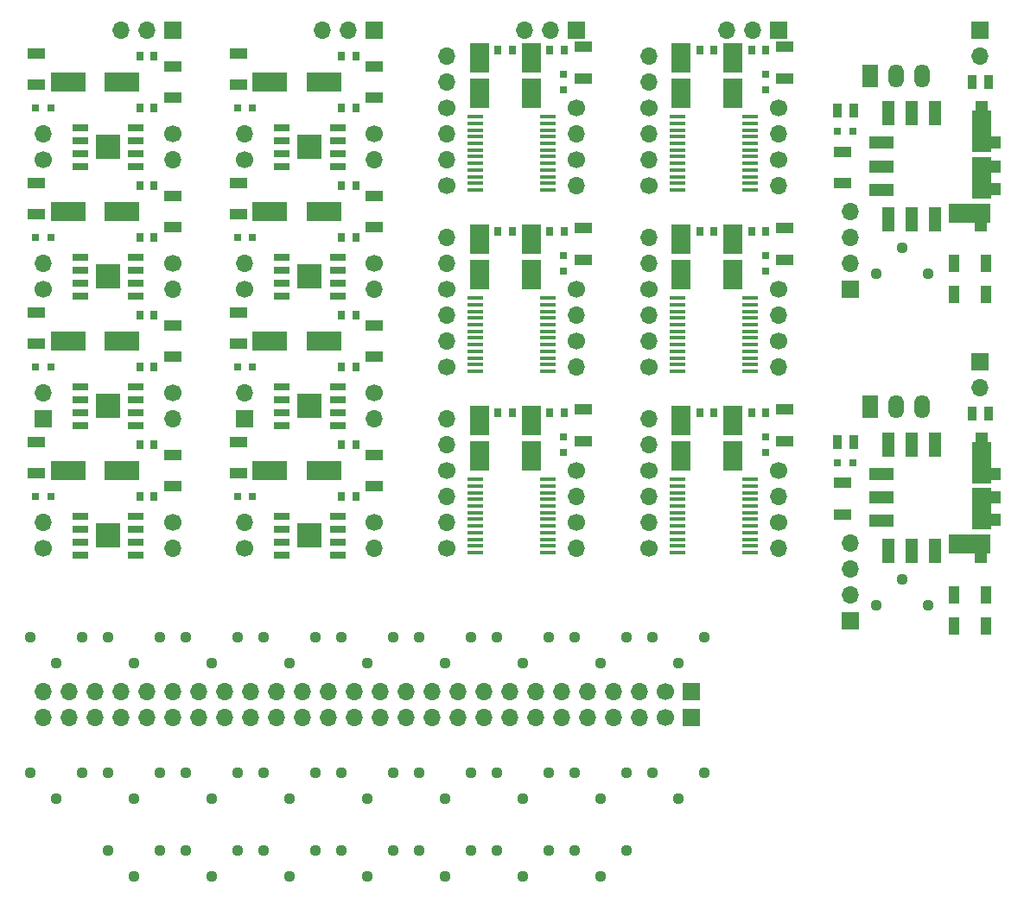
<source format=gts>
G04 #@! TF.GenerationSoftware,KiCad,Pcbnew,(5.1.8)-1*
G04 #@! TF.CreationDate,2021-05-15T20:45:05+09:00*
G04 #@! TF.ProjectId,test,74657374-2e6b-4696-9361-645f70636258,rev?*
G04 #@! TF.SameCoordinates,PX4c80f60PY7d04650*
G04 #@! TF.FileFunction,Soldermask,Top*
G04 #@! TF.FilePolarity,Negative*
%FSLAX46Y46*%
G04 Gerber Fmt 4.6, Leading zero omitted, Abs format (unit mm)*
G04 Created by KiCad (PCBNEW (5.1.8)-1) date 2021-05-15 20:45:05*
%MOMM*%
%LPD*%
G01*
G04 APERTURE LIST*
%ADD10C,1.120000*%
%ADD11R,1.700000X1.700000*%
%ADD12C,1.700000*%
%ADD13O,1.700000X1.700000*%
%ADD14R,0.800000X0.800000*%
%ADD15O,1.500000X2.300000*%
%ADD16R,1.500000X2.300000*%
%ADD17R,0.970000X1.470000*%
%ADD18R,1.145000X1.000000*%
%ADD19R,1.000000X1.145000*%
%ADD20R,2.400000X1.145000*%
%ADD21R,1.145000X2.400000*%
%ADD22R,4.190000X1.905000*%
%ADD23R,1.905000X4.190000*%
%ADD24R,1.050000X1.800000*%
%ADD25R,1.800000X1.050000*%
%ADD26R,1.850000X2.900000*%
%ADD27R,0.750000X0.940000*%
%ADD28R,1.525000X0.450000*%
%ADD29R,1.525000X0.650000*%
%ADD30R,2.390000X2.390000*%
%ADD31R,3.500000X1.850000*%
G04 APERTURE END LIST*
D10*
X52070000Y25045000D03*
X49530000Y22505000D03*
X46990000Y25045000D03*
X62230000Y11710000D03*
X64770000Y9170000D03*
X67310000Y11710000D03*
X36830000Y25045000D03*
X34290000Y22505000D03*
X31750000Y25045000D03*
X21590000Y25045000D03*
X19050000Y22505000D03*
X16510000Y25045000D03*
D11*
X66040000Y17145000D03*
X66040000Y19685000D03*
D12*
X63500000Y19685000D03*
D13*
X60960000Y19685000D03*
X58420000Y19685000D03*
X55880000Y19685000D03*
X53340000Y19685000D03*
X50800000Y19685000D03*
X48260000Y19685000D03*
X45720000Y19685000D03*
X43180000Y19685000D03*
X40640000Y19685000D03*
X38100000Y19685000D03*
X35560000Y19685000D03*
X33020000Y19685000D03*
X30480000Y19685000D03*
X27940000Y19685000D03*
X25400000Y19685000D03*
X22860000Y19685000D03*
X20320000Y19685000D03*
X17780000Y19685000D03*
X15240000Y19685000D03*
X12700000Y19685000D03*
X10160000Y19685000D03*
X7620000Y19685000D03*
X5080000Y19685000D03*
X2540000Y19685000D03*
D10*
X1270000Y25045000D03*
X3810000Y22505000D03*
X6350000Y25045000D03*
D13*
X2540000Y17145000D03*
X5080000Y17145000D03*
X7620000Y17145000D03*
X10160000Y17145000D03*
X12700000Y17145000D03*
X15240000Y17145000D03*
X17780000Y17145000D03*
X20320000Y17145000D03*
X22860000Y17145000D03*
X25400000Y17145000D03*
X27940000Y17145000D03*
X30480000Y17145000D03*
X33020000Y17145000D03*
X35560000Y17145000D03*
X38100000Y17145000D03*
X40640000Y17145000D03*
X43180000Y17145000D03*
X45720000Y17145000D03*
X48260000Y17145000D03*
X50800000Y17145000D03*
X53340000Y17145000D03*
X55880000Y17145000D03*
X58420000Y17145000D03*
X60960000Y17145000D03*
D12*
X63500000Y17145000D03*
D10*
X54610000Y25045000D03*
X57150000Y22505000D03*
X59690000Y25045000D03*
X39370000Y25045000D03*
X41910000Y22505000D03*
X44450000Y25045000D03*
X24130000Y25045000D03*
X26670000Y22505000D03*
X29210000Y25045000D03*
X8890000Y25045000D03*
X11430000Y22505000D03*
X13970000Y25045000D03*
X31750000Y4090000D03*
X34290000Y1550000D03*
X36830000Y4090000D03*
X29210000Y4090000D03*
X26670000Y1550000D03*
X24130000Y4090000D03*
X16510000Y11710000D03*
X19050000Y9170000D03*
X21590000Y11710000D03*
X1270000Y11710000D03*
X3810000Y9170000D03*
X6350000Y11710000D03*
X59690000Y4090000D03*
X57150000Y1550000D03*
X54610000Y4090000D03*
X13970000Y4090000D03*
X11430000Y1550000D03*
X8890000Y4090000D03*
X44450000Y11710000D03*
X41910000Y9170000D03*
X39370000Y11710000D03*
X46990000Y11710000D03*
X49530000Y9170000D03*
X52070000Y11710000D03*
X13970000Y11710000D03*
X11430000Y9170000D03*
X8890000Y11710000D03*
X46990000Y4090000D03*
X49530000Y1550000D03*
X52070000Y4090000D03*
X44450000Y4090000D03*
X41910000Y1550000D03*
X39370000Y4090000D03*
X29210000Y11710000D03*
X26670000Y9170000D03*
X24130000Y11710000D03*
X31750000Y11710000D03*
X34290000Y9170000D03*
X36830000Y11710000D03*
X59690000Y11710000D03*
X57150000Y9170000D03*
X54610000Y11710000D03*
X16510000Y4090000D03*
X19050000Y1550000D03*
X21590000Y4090000D03*
X67310000Y25045000D03*
X64770000Y22505000D03*
X62230000Y25045000D03*
D13*
X81660000Y34290000D03*
X81660000Y31750000D03*
X81660000Y29210000D03*
D11*
X81660000Y26670000D03*
D14*
X80402000Y42164000D03*
X81902000Y42164000D03*
D10*
X89280000Y28168000D03*
X86740000Y30708000D03*
X84200000Y28168000D03*
D15*
X88645000Y47625000D03*
X86105000Y47625000D03*
D16*
X83565000Y47625000D03*
D17*
X93530000Y46990000D03*
X95190000Y46990000D03*
D18*
X94415000Y32835000D03*
D19*
X95815000Y36535000D03*
X95815000Y38735000D03*
X95815000Y41035000D03*
D18*
X94515000Y44635000D03*
D20*
X84715000Y38735000D03*
X84715000Y36435000D03*
D21*
X87625000Y33535000D03*
X87615000Y43935000D03*
X85345000Y43935000D03*
D20*
X84715000Y41035000D03*
D21*
X85345000Y33535000D03*
X89915000Y33535000D03*
D22*
X93315000Y34165000D03*
D23*
X94485000Y37635000D03*
X94485000Y42135000D03*
D21*
X89915000Y43935000D03*
D24*
X94894000Y26162000D03*
X91794000Y26162000D03*
D13*
X94360000Y49530000D03*
D11*
X94360000Y52070000D03*
D25*
X80898000Y37058000D03*
X80898000Y40158000D03*
D24*
X94894000Y29210000D03*
X91794000Y29210000D03*
D17*
X80322000Y44196000D03*
X81982000Y44196000D03*
D13*
X81660000Y66770000D03*
X81660000Y64230000D03*
X81660000Y61690000D03*
D11*
X81660000Y59150000D03*
D14*
X80402000Y74644000D03*
X81902000Y74644000D03*
D10*
X89280000Y60648000D03*
X86740000Y63188000D03*
X84200000Y60648000D03*
D15*
X88645000Y80105000D03*
X86105000Y80105000D03*
D16*
X83565000Y80105000D03*
D17*
X93530000Y79470000D03*
X95190000Y79470000D03*
D18*
X94415000Y65315000D03*
D19*
X95815000Y69015000D03*
X95815000Y71215000D03*
X95815000Y73515000D03*
D18*
X94515000Y77115000D03*
D20*
X84715000Y71215000D03*
X84715000Y68915000D03*
D21*
X87625000Y66015000D03*
X87615000Y76415000D03*
X85345000Y76415000D03*
D20*
X84715000Y73515000D03*
D21*
X85345000Y66015000D03*
X89915000Y66015000D03*
D22*
X93315000Y66645000D03*
D23*
X94485000Y70115000D03*
X94485000Y74615000D03*
D21*
X89915000Y76415000D03*
D24*
X94894000Y58642000D03*
X91794000Y58642000D03*
D13*
X94360000Y82010000D03*
D11*
X94360000Y84550000D03*
D25*
X80898000Y69538000D03*
X80898000Y72638000D03*
D24*
X94894000Y61690000D03*
X91794000Y61690000D03*
D17*
X80322000Y76676000D03*
X81982000Y76676000D03*
D13*
X74580000Y33750000D03*
D12*
X74580000Y36290000D03*
D13*
X74580000Y51530000D03*
D12*
X74580000Y54070000D03*
D13*
X61880000Y74390000D03*
X61880000Y71850000D03*
D12*
X61880000Y69310000D03*
D13*
X61880000Y82010000D03*
X61880000Y79470000D03*
D12*
X61880000Y76930000D03*
D13*
X74580000Y74390000D03*
D12*
X74580000Y76930000D03*
D13*
X69500000Y84550000D03*
X72040000Y84550000D03*
D11*
X74580000Y84550000D03*
D12*
X74580000Y41370000D03*
D13*
X74580000Y38830000D03*
X61880000Y46450000D03*
X61880000Y43910000D03*
D12*
X61880000Y41370000D03*
X61880000Y51530000D03*
D13*
X61880000Y54070000D03*
X61880000Y56610000D03*
X74580000Y56610000D03*
D12*
X74580000Y59150000D03*
X61880000Y33750000D03*
D13*
X61880000Y36290000D03*
X61880000Y38830000D03*
D12*
X61880000Y59150000D03*
D13*
X61880000Y61690000D03*
X61880000Y64230000D03*
D26*
X70135000Y42795000D03*
X70135000Y46295000D03*
D25*
X75215000Y65145000D03*
X75215000Y62045000D03*
D14*
X73310000Y44660000D03*
X73310000Y43160000D03*
D27*
X66895000Y47085000D03*
X68295000Y47085000D03*
D26*
X70135000Y60575000D03*
X70135000Y64075000D03*
D28*
X64668000Y68910000D03*
X64668000Y69560000D03*
X64668000Y70210000D03*
X64668000Y70860000D03*
X64668000Y71510000D03*
X64668000Y72160000D03*
X64668000Y72810000D03*
X64668000Y73460000D03*
X64668000Y74110000D03*
X64668000Y74760000D03*
X64668000Y75410000D03*
X64668000Y76060000D03*
X71792000Y76060000D03*
X71792000Y75410000D03*
X71792000Y74760000D03*
X71792000Y74110000D03*
X71792000Y73460000D03*
X71792000Y72810000D03*
X71792000Y72160000D03*
X71792000Y71510000D03*
X71792000Y70860000D03*
X71792000Y70210000D03*
X71792000Y69560000D03*
X71792000Y68910000D03*
D25*
X75215000Y47365000D03*
X75215000Y44265000D03*
D14*
X73310000Y78720000D03*
X73310000Y80220000D03*
D25*
X75215000Y79825000D03*
X75215000Y82925000D03*
D28*
X71792000Y51130000D03*
X71792000Y51780000D03*
X71792000Y52430000D03*
X71792000Y53080000D03*
X71792000Y53730000D03*
X71792000Y54380000D03*
X71792000Y55030000D03*
X71792000Y55680000D03*
X71792000Y56330000D03*
X71792000Y56980000D03*
X71792000Y57630000D03*
X71792000Y58280000D03*
X64668000Y58280000D03*
X64668000Y57630000D03*
X64668000Y56980000D03*
X64668000Y56330000D03*
X64668000Y55680000D03*
X64668000Y55030000D03*
X64668000Y54380000D03*
X64668000Y53730000D03*
X64668000Y53080000D03*
X64668000Y52430000D03*
X64668000Y51780000D03*
X64668000Y51130000D03*
D14*
X73310000Y62440000D03*
X73310000Y60940000D03*
D28*
X64668000Y33350000D03*
X64668000Y34000000D03*
X64668000Y34650000D03*
X64668000Y35300000D03*
X64668000Y35950000D03*
X64668000Y36600000D03*
X64668000Y37250000D03*
X64668000Y37900000D03*
X64668000Y38550000D03*
X64668000Y39200000D03*
X64668000Y39850000D03*
X64668000Y40500000D03*
X71792000Y40500000D03*
X71792000Y39850000D03*
X71792000Y39200000D03*
X71792000Y38550000D03*
X71792000Y37900000D03*
X71792000Y37250000D03*
X71792000Y36600000D03*
X71792000Y35950000D03*
X71792000Y35300000D03*
X71792000Y34650000D03*
X71792000Y34000000D03*
X71792000Y33350000D03*
D26*
X70135000Y81855000D03*
X70135000Y78355000D03*
D27*
X66895000Y82645000D03*
X68295000Y82645000D03*
X71975000Y82645000D03*
X73375000Y82645000D03*
D26*
X65055000Y81855000D03*
X65055000Y78355000D03*
D27*
X71975000Y47085000D03*
X73375000Y47085000D03*
D26*
X65055000Y46295000D03*
X65055000Y42795000D03*
D27*
X71975000Y64865000D03*
X73375000Y64865000D03*
D26*
X65055000Y60575000D03*
X65055000Y64075000D03*
D27*
X66895000Y64865000D03*
X68295000Y64865000D03*
D12*
X74580000Y71850000D03*
D13*
X74580000Y69310000D03*
X54800000Y33750000D03*
D12*
X54800000Y36290000D03*
D13*
X54800000Y51530000D03*
D12*
X54800000Y54070000D03*
D13*
X42100000Y74390000D03*
X42100000Y71850000D03*
D12*
X42100000Y69310000D03*
D13*
X42100000Y82010000D03*
X42100000Y79470000D03*
D12*
X42100000Y76930000D03*
D13*
X54800000Y74390000D03*
D12*
X54800000Y76930000D03*
D13*
X49720000Y84550000D03*
X52260000Y84550000D03*
D11*
X54800000Y84550000D03*
D12*
X54800000Y41370000D03*
D13*
X54800000Y38830000D03*
X42100000Y46450000D03*
X42100000Y43910000D03*
D12*
X42100000Y41370000D03*
X42100000Y51530000D03*
D13*
X42100000Y54070000D03*
X42100000Y56610000D03*
X54800000Y56610000D03*
D12*
X54800000Y59150000D03*
X42100000Y33750000D03*
D13*
X42100000Y36290000D03*
X42100000Y38830000D03*
D12*
X42100000Y59150000D03*
D13*
X42100000Y61690000D03*
X42100000Y64230000D03*
D26*
X50355000Y42795000D03*
X50355000Y46295000D03*
D25*
X55435000Y65145000D03*
X55435000Y62045000D03*
D14*
X53530000Y44660000D03*
X53530000Y43160000D03*
D27*
X47115000Y47085000D03*
X48515000Y47085000D03*
D26*
X50355000Y60575000D03*
X50355000Y64075000D03*
D28*
X44888000Y68910000D03*
X44888000Y69560000D03*
X44888000Y70210000D03*
X44888000Y70860000D03*
X44888000Y71510000D03*
X44888000Y72160000D03*
X44888000Y72810000D03*
X44888000Y73460000D03*
X44888000Y74110000D03*
X44888000Y74760000D03*
X44888000Y75410000D03*
X44888000Y76060000D03*
X52012000Y76060000D03*
X52012000Y75410000D03*
X52012000Y74760000D03*
X52012000Y74110000D03*
X52012000Y73460000D03*
X52012000Y72810000D03*
X52012000Y72160000D03*
X52012000Y71510000D03*
X52012000Y70860000D03*
X52012000Y70210000D03*
X52012000Y69560000D03*
X52012000Y68910000D03*
D25*
X55435000Y47365000D03*
X55435000Y44265000D03*
D14*
X53530000Y78720000D03*
X53530000Y80220000D03*
D25*
X55435000Y79825000D03*
X55435000Y82925000D03*
D28*
X52012000Y51130000D03*
X52012000Y51780000D03*
X52012000Y52430000D03*
X52012000Y53080000D03*
X52012000Y53730000D03*
X52012000Y54380000D03*
X52012000Y55030000D03*
X52012000Y55680000D03*
X52012000Y56330000D03*
X52012000Y56980000D03*
X52012000Y57630000D03*
X52012000Y58280000D03*
X44888000Y58280000D03*
X44888000Y57630000D03*
X44888000Y56980000D03*
X44888000Y56330000D03*
X44888000Y55680000D03*
X44888000Y55030000D03*
X44888000Y54380000D03*
X44888000Y53730000D03*
X44888000Y53080000D03*
X44888000Y52430000D03*
X44888000Y51780000D03*
X44888000Y51130000D03*
D14*
X53530000Y62440000D03*
X53530000Y60940000D03*
D28*
X44888000Y33350000D03*
X44888000Y34000000D03*
X44888000Y34650000D03*
X44888000Y35300000D03*
X44888000Y35950000D03*
X44888000Y36600000D03*
X44888000Y37250000D03*
X44888000Y37900000D03*
X44888000Y38550000D03*
X44888000Y39200000D03*
X44888000Y39850000D03*
X44888000Y40500000D03*
X52012000Y40500000D03*
X52012000Y39850000D03*
X52012000Y39200000D03*
X52012000Y38550000D03*
X52012000Y37900000D03*
X52012000Y37250000D03*
X52012000Y36600000D03*
X52012000Y35950000D03*
X52012000Y35300000D03*
X52012000Y34650000D03*
X52012000Y34000000D03*
X52012000Y33350000D03*
D26*
X50355000Y81855000D03*
X50355000Y78355000D03*
D27*
X47115000Y82645000D03*
X48515000Y82645000D03*
X52195000Y82645000D03*
X53595000Y82645000D03*
D26*
X45275000Y81855000D03*
X45275000Y78355000D03*
D27*
X52195000Y47085000D03*
X53595000Y47085000D03*
D26*
X45275000Y46295000D03*
X45275000Y42795000D03*
D27*
X52195000Y64865000D03*
X53595000Y64865000D03*
D26*
X45275000Y60575000D03*
X45275000Y64075000D03*
D27*
X47115000Y64865000D03*
X48515000Y64865000D03*
D12*
X54800000Y71850000D03*
D13*
X54800000Y69310000D03*
D14*
X21570000Y76930000D03*
X23070000Y76930000D03*
D25*
X35020000Y68320000D03*
X35020000Y65220000D03*
X21685000Y79190000D03*
X21685000Y82290000D03*
X35020000Y42920000D03*
X35020000Y39820000D03*
X35020000Y77920000D03*
X35020000Y81020000D03*
D14*
X21570000Y38830000D03*
X23070000Y38830000D03*
X23070000Y64230000D03*
X21570000Y64230000D03*
D27*
X33180000Y43910000D03*
X31780000Y43910000D03*
X31780000Y51530000D03*
X33180000Y51530000D03*
D25*
X35020000Y52520000D03*
X35020000Y55620000D03*
X21685000Y53790000D03*
X21685000Y56890000D03*
D27*
X31780000Y38830000D03*
X33180000Y38830000D03*
D29*
X25958000Y49625000D03*
X25958000Y48355000D03*
X25958000Y47085000D03*
X25958000Y45815000D03*
X31382000Y45815000D03*
X31382000Y47085000D03*
X31382000Y48355000D03*
X31382000Y49625000D03*
D30*
X28670000Y47720000D03*
X28670000Y73120000D03*
D29*
X31382000Y75025000D03*
X31382000Y73755000D03*
X31382000Y72485000D03*
X31382000Y71215000D03*
X25958000Y71215000D03*
X25958000Y72485000D03*
X25958000Y73755000D03*
X25958000Y75025000D03*
D14*
X23070000Y51530000D03*
X21570000Y51530000D03*
D25*
X21685000Y44190000D03*
X21685000Y41090000D03*
D27*
X31780000Y64230000D03*
X33180000Y64230000D03*
X33180000Y76930000D03*
X31780000Y76930000D03*
D31*
X30050000Y79470000D03*
X24750000Y79470000D03*
D25*
X21685000Y69590000D03*
X21685000Y66490000D03*
D12*
X35020000Y74390000D03*
D13*
X35020000Y71850000D03*
D27*
X31780000Y56610000D03*
X33180000Y56610000D03*
D11*
X35020000Y84550000D03*
D13*
X32480000Y84550000D03*
X29940000Y84550000D03*
D12*
X35020000Y48990000D03*
D13*
X35020000Y46450000D03*
X35020000Y33750000D03*
D12*
X35020000Y36290000D03*
D11*
X22320000Y46450000D03*
D13*
X22320000Y48990000D03*
D12*
X22320000Y71850000D03*
D13*
X22320000Y74390000D03*
D31*
X24750000Y54070000D03*
X30050000Y54070000D03*
D13*
X22320000Y36290000D03*
D12*
X22320000Y33750000D03*
D13*
X22320000Y61690000D03*
D12*
X22320000Y59150000D03*
D31*
X30050000Y66770000D03*
X24750000Y66770000D03*
D29*
X25958000Y36925000D03*
X25958000Y35655000D03*
X25958000Y34385000D03*
X25958000Y33115000D03*
X31382000Y33115000D03*
X31382000Y34385000D03*
X31382000Y35655000D03*
X31382000Y36925000D03*
D30*
X28670000Y35020000D03*
D27*
X31780000Y69310000D03*
X33180000Y69310000D03*
D13*
X35020000Y59150000D03*
D12*
X35020000Y61690000D03*
D27*
X31780000Y82010000D03*
X33180000Y82010000D03*
D30*
X28670000Y60420000D03*
D29*
X31382000Y62325000D03*
X31382000Y61055000D03*
X31382000Y59785000D03*
X31382000Y58515000D03*
X25958000Y58515000D03*
X25958000Y59785000D03*
X25958000Y61055000D03*
X25958000Y62325000D03*
D31*
X30050000Y41370000D03*
X24750000Y41370000D03*
D13*
X10160000Y84550000D03*
X12700000Y84550000D03*
D11*
X15240000Y84550000D03*
D13*
X15240000Y71850000D03*
D12*
X15240000Y74390000D03*
D13*
X15240000Y46450000D03*
D12*
X15240000Y48990000D03*
X15240000Y36290000D03*
D13*
X15240000Y33750000D03*
D12*
X2540000Y33750000D03*
D13*
X2540000Y36290000D03*
X2540000Y48990000D03*
D11*
X2540000Y46450000D03*
D12*
X2540000Y59150000D03*
D13*
X2540000Y61690000D03*
D12*
X15240000Y61690000D03*
D13*
X15240000Y59150000D03*
D27*
X13400000Y56610000D03*
X12000000Y56610000D03*
X13400000Y69310000D03*
X12000000Y69310000D03*
D13*
X2540000Y74390000D03*
D12*
X2540000Y71850000D03*
D27*
X13400000Y82010000D03*
X12000000Y82010000D03*
D30*
X8890000Y35020000D03*
D29*
X11602000Y36925000D03*
X11602000Y35655000D03*
X11602000Y34385000D03*
X11602000Y33115000D03*
X6178000Y33115000D03*
X6178000Y34385000D03*
X6178000Y35655000D03*
X6178000Y36925000D03*
D31*
X10270000Y54070000D03*
X4970000Y54070000D03*
X4970000Y66770000D03*
X10270000Y66770000D03*
D29*
X6178000Y62325000D03*
X6178000Y61055000D03*
X6178000Y59785000D03*
X6178000Y58515000D03*
X11602000Y58515000D03*
X11602000Y59785000D03*
X11602000Y61055000D03*
X11602000Y62325000D03*
D30*
X8890000Y60420000D03*
D31*
X4970000Y41370000D03*
X10270000Y41370000D03*
D30*
X8890000Y47720000D03*
D29*
X11602000Y49625000D03*
X11602000Y48355000D03*
X11602000Y47085000D03*
X11602000Y45815000D03*
X6178000Y45815000D03*
X6178000Y47085000D03*
X6178000Y48355000D03*
X6178000Y49625000D03*
D27*
X12000000Y76930000D03*
X13400000Y76930000D03*
D31*
X4970000Y79470000D03*
X10270000Y79470000D03*
D14*
X3290000Y76930000D03*
X1790000Y76930000D03*
D29*
X6178000Y75025000D03*
X6178000Y73755000D03*
X6178000Y72485000D03*
X6178000Y71215000D03*
X11602000Y71215000D03*
X11602000Y72485000D03*
X11602000Y73755000D03*
X11602000Y75025000D03*
D30*
X8890000Y73120000D03*
D25*
X1905000Y82290000D03*
X1905000Y79190000D03*
D27*
X13400000Y51530000D03*
X12000000Y51530000D03*
D25*
X15240000Y55620000D03*
X15240000Y52520000D03*
X15240000Y39820000D03*
X15240000Y42920000D03*
X15240000Y65220000D03*
X15240000Y68320000D03*
X15240000Y81020000D03*
X15240000Y77920000D03*
D14*
X1790000Y51530000D03*
X3290000Y51530000D03*
D25*
X1905000Y41090000D03*
X1905000Y44190000D03*
X1905000Y56890000D03*
X1905000Y53790000D03*
D14*
X3290000Y38830000D03*
X1790000Y38830000D03*
D27*
X13400000Y64230000D03*
X12000000Y64230000D03*
D25*
X1905000Y66490000D03*
X1905000Y69590000D03*
D14*
X1790000Y64230000D03*
X3290000Y64230000D03*
D27*
X13400000Y38830000D03*
X12000000Y38830000D03*
X12000000Y43910000D03*
X13400000Y43910000D03*
M02*

</source>
